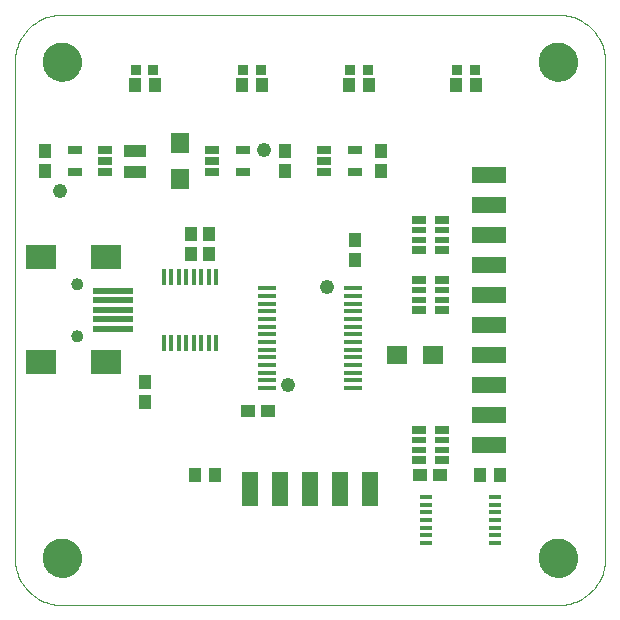
<source format=gts>
G75*
G70*
%OFA0B0*%
%FSLAX24Y24*%
%IPPOS*%
%LPD*%
%AMOC8*
5,1,8,0,0,1.08239X$1,22.5*
%
%ADD10R,0.0434X0.0473*%
%ADD11R,0.0355X0.0355*%
%ADD12R,0.0473X0.0434*%
%ADD13R,0.0670X0.0591*%
%ADD14R,0.0741X0.0442*%
%ADD15R,0.0591X0.0670*%
%ADD16R,0.0394X0.0177*%
%ADD17R,0.0493X0.0213*%
%ADD18R,0.0493X0.0288*%
%ADD19R,0.0590X0.0177*%
%ADD20R,0.0512X0.0257*%
%ADD21R,0.0552X0.1142*%
%ADD22R,0.1024X0.0827*%
%ADD23R,0.1339X0.0237*%
%ADD24C,0.0000*%
%ADD25C,0.0394*%
%ADD26R,0.0166X0.0536*%
%ADD27R,0.1142X0.0552*%
%ADD28C,0.1300*%
%ADD29C,0.0490*%
D10*
X011620Y010650D03*
X012289Y010650D03*
X009954Y013065D03*
X009954Y013735D03*
X011486Y018003D03*
X012079Y018003D03*
X012079Y018672D03*
X011486Y018672D03*
X014617Y020774D03*
X014617Y021443D03*
X013843Y023650D03*
X013174Y023650D03*
X010272Y023650D03*
X009603Y023650D03*
X006617Y021443D03*
X006617Y020774D03*
X016745Y023650D03*
X017414Y023650D03*
X017804Y021443D03*
X017804Y020774D03*
X016954Y018485D03*
X016954Y017815D03*
X020312Y023650D03*
X020981Y023650D03*
X021120Y010650D03*
X021789Y010650D03*
D11*
X020942Y024150D03*
X020351Y024150D03*
X017375Y024150D03*
X016784Y024150D03*
X013804Y024150D03*
X013213Y024150D03*
X010233Y024150D03*
X009643Y024150D03*
D12*
X013370Y012771D03*
X014039Y012771D03*
X019120Y010650D03*
X019789Y010650D03*
D13*
X019545Y014650D03*
X018364Y014650D03*
D14*
X009617Y020758D03*
X009617Y021459D03*
D15*
X011117Y021699D03*
X011117Y020518D03*
D16*
X019303Y009918D03*
X019303Y009662D03*
X019303Y009406D03*
X019303Y009150D03*
X019303Y008894D03*
X019303Y008638D03*
X019303Y008382D03*
X021606Y008382D03*
X021606Y008638D03*
X021606Y008894D03*
X021606Y009150D03*
X021606Y009406D03*
X021606Y009662D03*
X021606Y009918D03*
D17*
X019838Y011493D03*
X019838Y011807D03*
X019070Y011807D03*
X019070Y011493D03*
X019070Y016493D03*
X019070Y016807D03*
X019838Y016807D03*
X019838Y016493D03*
X019838Y018493D03*
X019838Y018807D03*
X019070Y018807D03*
X019070Y018493D03*
D18*
X019070Y018140D03*
X019838Y018140D03*
X019838Y017160D03*
X019070Y017160D03*
X019070Y016140D03*
X019838Y016140D03*
X019838Y019160D03*
X019070Y019160D03*
X019070Y012160D03*
X019838Y012160D03*
X019838Y011140D03*
X019070Y011140D03*
D19*
X016894Y013549D03*
X016894Y013805D03*
X016894Y014061D03*
X016894Y014317D03*
X016894Y014573D03*
X016894Y014829D03*
X016894Y015085D03*
X016894Y015340D03*
X016894Y015596D03*
X016894Y015852D03*
X016894Y016108D03*
X016894Y016364D03*
X016894Y016620D03*
X016894Y016876D03*
X014015Y016876D03*
X014015Y016620D03*
X014015Y016364D03*
X014015Y016108D03*
X014015Y015852D03*
X014015Y015596D03*
X014015Y015340D03*
X014015Y015085D03*
X014015Y014829D03*
X014015Y014573D03*
X014015Y014317D03*
X014015Y014061D03*
X014015Y013805D03*
X014015Y013549D03*
D20*
X013216Y020734D03*
X012193Y020734D03*
X012193Y021108D03*
X012193Y021482D03*
X013216Y021482D03*
X015916Y021482D03*
X015916Y021108D03*
X015916Y020734D03*
X016939Y020734D03*
X016939Y021482D03*
X008628Y021482D03*
X008628Y021108D03*
X008628Y020734D03*
X007605Y020734D03*
X007605Y021482D03*
D21*
X013454Y010173D03*
X014454Y010173D03*
X015454Y010173D03*
X016454Y010173D03*
X017454Y010173D03*
D22*
X008663Y014398D03*
X006498Y014398D03*
X006498Y017902D03*
X008663Y017902D03*
D23*
X008899Y016780D03*
X008899Y016465D03*
X008899Y016150D03*
X008899Y015835D03*
X008899Y015520D03*
D24*
X007187Y006307D02*
X023722Y006307D01*
X023092Y007882D02*
X023094Y007932D01*
X023100Y007982D01*
X023110Y008031D01*
X023124Y008079D01*
X023141Y008126D01*
X023162Y008171D01*
X023187Y008215D01*
X023215Y008256D01*
X023247Y008295D01*
X023281Y008332D01*
X023318Y008366D01*
X023358Y008396D01*
X023400Y008423D01*
X023444Y008447D01*
X023490Y008468D01*
X023537Y008484D01*
X023585Y008497D01*
X023635Y008506D01*
X023684Y008511D01*
X023735Y008512D01*
X023785Y008509D01*
X023834Y008502D01*
X023883Y008491D01*
X023931Y008476D01*
X023977Y008458D01*
X024022Y008436D01*
X024065Y008410D01*
X024106Y008381D01*
X024145Y008349D01*
X024181Y008314D01*
X024213Y008276D01*
X024243Y008236D01*
X024270Y008193D01*
X024293Y008149D01*
X024312Y008103D01*
X024328Y008055D01*
X024340Y008006D01*
X024348Y007957D01*
X024352Y007907D01*
X024352Y007857D01*
X024348Y007807D01*
X024340Y007758D01*
X024328Y007709D01*
X024312Y007661D01*
X024293Y007615D01*
X024270Y007571D01*
X024243Y007528D01*
X024213Y007488D01*
X024181Y007450D01*
X024145Y007415D01*
X024106Y007383D01*
X024065Y007354D01*
X024022Y007328D01*
X023977Y007306D01*
X023931Y007288D01*
X023883Y007273D01*
X023834Y007262D01*
X023785Y007255D01*
X023735Y007252D01*
X023684Y007253D01*
X023635Y007258D01*
X023585Y007267D01*
X023537Y007280D01*
X023490Y007296D01*
X023444Y007317D01*
X023400Y007341D01*
X023358Y007368D01*
X023318Y007398D01*
X023281Y007432D01*
X023247Y007469D01*
X023215Y007508D01*
X023187Y007549D01*
X023162Y007593D01*
X023141Y007638D01*
X023124Y007685D01*
X023110Y007733D01*
X023100Y007782D01*
X023094Y007832D01*
X023092Y007882D01*
X023722Y006307D02*
X023799Y006309D01*
X023876Y006315D01*
X023953Y006324D01*
X024029Y006337D01*
X024105Y006354D01*
X024179Y006375D01*
X024253Y006399D01*
X024325Y006427D01*
X024395Y006458D01*
X024464Y006493D01*
X024532Y006531D01*
X024597Y006572D01*
X024660Y006617D01*
X024721Y006665D01*
X024780Y006715D01*
X024836Y006768D01*
X024889Y006824D01*
X024939Y006883D01*
X024987Y006944D01*
X025032Y007007D01*
X025073Y007072D01*
X025111Y007140D01*
X025146Y007209D01*
X025177Y007279D01*
X025205Y007351D01*
X025229Y007425D01*
X025250Y007499D01*
X025267Y007575D01*
X025280Y007651D01*
X025289Y007728D01*
X025295Y007805D01*
X025297Y007882D01*
X025297Y024418D01*
X023092Y024418D02*
X023094Y024468D01*
X023100Y024518D01*
X023110Y024567D01*
X023124Y024615D01*
X023141Y024662D01*
X023162Y024707D01*
X023187Y024751D01*
X023215Y024792D01*
X023247Y024831D01*
X023281Y024868D01*
X023318Y024902D01*
X023358Y024932D01*
X023400Y024959D01*
X023444Y024983D01*
X023490Y025004D01*
X023537Y025020D01*
X023585Y025033D01*
X023635Y025042D01*
X023684Y025047D01*
X023735Y025048D01*
X023785Y025045D01*
X023834Y025038D01*
X023883Y025027D01*
X023931Y025012D01*
X023977Y024994D01*
X024022Y024972D01*
X024065Y024946D01*
X024106Y024917D01*
X024145Y024885D01*
X024181Y024850D01*
X024213Y024812D01*
X024243Y024772D01*
X024270Y024729D01*
X024293Y024685D01*
X024312Y024639D01*
X024328Y024591D01*
X024340Y024542D01*
X024348Y024493D01*
X024352Y024443D01*
X024352Y024393D01*
X024348Y024343D01*
X024340Y024294D01*
X024328Y024245D01*
X024312Y024197D01*
X024293Y024151D01*
X024270Y024107D01*
X024243Y024064D01*
X024213Y024024D01*
X024181Y023986D01*
X024145Y023951D01*
X024106Y023919D01*
X024065Y023890D01*
X024022Y023864D01*
X023977Y023842D01*
X023931Y023824D01*
X023883Y023809D01*
X023834Y023798D01*
X023785Y023791D01*
X023735Y023788D01*
X023684Y023789D01*
X023635Y023794D01*
X023585Y023803D01*
X023537Y023816D01*
X023490Y023832D01*
X023444Y023853D01*
X023400Y023877D01*
X023358Y023904D01*
X023318Y023934D01*
X023281Y023968D01*
X023247Y024005D01*
X023215Y024044D01*
X023187Y024085D01*
X023162Y024129D01*
X023141Y024174D01*
X023124Y024221D01*
X023110Y024269D01*
X023100Y024318D01*
X023094Y024368D01*
X023092Y024418D01*
X023722Y025993D02*
X023799Y025991D01*
X023876Y025985D01*
X023953Y025976D01*
X024029Y025963D01*
X024105Y025946D01*
X024179Y025925D01*
X024253Y025901D01*
X024325Y025873D01*
X024395Y025842D01*
X024464Y025807D01*
X024532Y025769D01*
X024597Y025728D01*
X024660Y025683D01*
X024721Y025635D01*
X024780Y025585D01*
X024836Y025532D01*
X024889Y025476D01*
X024939Y025417D01*
X024987Y025356D01*
X025032Y025293D01*
X025073Y025228D01*
X025111Y025160D01*
X025146Y025091D01*
X025177Y025021D01*
X025205Y024949D01*
X025229Y024875D01*
X025250Y024801D01*
X025267Y024725D01*
X025280Y024649D01*
X025289Y024572D01*
X025295Y024495D01*
X025297Y024418D01*
X023722Y025993D02*
X007187Y025993D01*
X006557Y024418D02*
X006559Y024468D01*
X006565Y024518D01*
X006575Y024567D01*
X006589Y024615D01*
X006606Y024662D01*
X006627Y024707D01*
X006652Y024751D01*
X006680Y024792D01*
X006712Y024831D01*
X006746Y024868D01*
X006783Y024902D01*
X006823Y024932D01*
X006865Y024959D01*
X006909Y024983D01*
X006955Y025004D01*
X007002Y025020D01*
X007050Y025033D01*
X007100Y025042D01*
X007149Y025047D01*
X007200Y025048D01*
X007250Y025045D01*
X007299Y025038D01*
X007348Y025027D01*
X007396Y025012D01*
X007442Y024994D01*
X007487Y024972D01*
X007530Y024946D01*
X007571Y024917D01*
X007610Y024885D01*
X007646Y024850D01*
X007678Y024812D01*
X007708Y024772D01*
X007735Y024729D01*
X007758Y024685D01*
X007777Y024639D01*
X007793Y024591D01*
X007805Y024542D01*
X007813Y024493D01*
X007817Y024443D01*
X007817Y024393D01*
X007813Y024343D01*
X007805Y024294D01*
X007793Y024245D01*
X007777Y024197D01*
X007758Y024151D01*
X007735Y024107D01*
X007708Y024064D01*
X007678Y024024D01*
X007646Y023986D01*
X007610Y023951D01*
X007571Y023919D01*
X007530Y023890D01*
X007487Y023864D01*
X007442Y023842D01*
X007396Y023824D01*
X007348Y023809D01*
X007299Y023798D01*
X007250Y023791D01*
X007200Y023788D01*
X007149Y023789D01*
X007100Y023794D01*
X007050Y023803D01*
X007002Y023816D01*
X006955Y023832D01*
X006909Y023853D01*
X006865Y023877D01*
X006823Y023904D01*
X006783Y023934D01*
X006746Y023968D01*
X006712Y024005D01*
X006680Y024044D01*
X006652Y024085D01*
X006627Y024129D01*
X006606Y024174D01*
X006589Y024221D01*
X006575Y024269D01*
X006565Y024318D01*
X006559Y024368D01*
X006557Y024418D01*
X005612Y024418D02*
X005614Y024495D01*
X005620Y024572D01*
X005629Y024649D01*
X005642Y024725D01*
X005659Y024801D01*
X005680Y024875D01*
X005704Y024949D01*
X005732Y025021D01*
X005763Y025091D01*
X005798Y025160D01*
X005836Y025228D01*
X005877Y025293D01*
X005922Y025356D01*
X005970Y025417D01*
X006020Y025476D01*
X006073Y025532D01*
X006129Y025585D01*
X006188Y025635D01*
X006249Y025683D01*
X006312Y025728D01*
X006377Y025769D01*
X006445Y025807D01*
X006514Y025842D01*
X006584Y025873D01*
X006656Y025901D01*
X006730Y025925D01*
X006804Y025946D01*
X006880Y025963D01*
X006956Y025976D01*
X007033Y025985D01*
X007110Y025991D01*
X007187Y025993D01*
X005612Y024418D02*
X005612Y007882D01*
X006557Y007882D02*
X006559Y007932D01*
X006565Y007982D01*
X006575Y008031D01*
X006589Y008079D01*
X006606Y008126D01*
X006627Y008171D01*
X006652Y008215D01*
X006680Y008256D01*
X006712Y008295D01*
X006746Y008332D01*
X006783Y008366D01*
X006823Y008396D01*
X006865Y008423D01*
X006909Y008447D01*
X006955Y008468D01*
X007002Y008484D01*
X007050Y008497D01*
X007100Y008506D01*
X007149Y008511D01*
X007200Y008512D01*
X007250Y008509D01*
X007299Y008502D01*
X007348Y008491D01*
X007396Y008476D01*
X007442Y008458D01*
X007487Y008436D01*
X007530Y008410D01*
X007571Y008381D01*
X007610Y008349D01*
X007646Y008314D01*
X007678Y008276D01*
X007708Y008236D01*
X007735Y008193D01*
X007758Y008149D01*
X007777Y008103D01*
X007793Y008055D01*
X007805Y008006D01*
X007813Y007957D01*
X007817Y007907D01*
X007817Y007857D01*
X007813Y007807D01*
X007805Y007758D01*
X007793Y007709D01*
X007777Y007661D01*
X007758Y007615D01*
X007735Y007571D01*
X007708Y007528D01*
X007678Y007488D01*
X007646Y007450D01*
X007610Y007415D01*
X007571Y007383D01*
X007530Y007354D01*
X007487Y007328D01*
X007442Y007306D01*
X007396Y007288D01*
X007348Y007273D01*
X007299Y007262D01*
X007250Y007255D01*
X007200Y007252D01*
X007149Y007253D01*
X007100Y007258D01*
X007050Y007267D01*
X007002Y007280D01*
X006955Y007296D01*
X006909Y007317D01*
X006865Y007341D01*
X006823Y007368D01*
X006783Y007398D01*
X006746Y007432D01*
X006712Y007469D01*
X006680Y007508D01*
X006652Y007549D01*
X006627Y007593D01*
X006606Y007638D01*
X006589Y007685D01*
X006575Y007733D01*
X006565Y007782D01*
X006559Y007832D01*
X006557Y007882D01*
X005612Y007882D02*
X005614Y007805D01*
X005620Y007728D01*
X005629Y007651D01*
X005642Y007575D01*
X005659Y007499D01*
X005680Y007425D01*
X005704Y007351D01*
X005732Y007279D01*
X005763Y007209D01*
X005798Y007140D01*
X005836Y007072D01*
X005877Y007007D01*
X005922Y006944D01*
X005970Y006883D01*
X006020Y006824D01*
X006073Y006768D01*
X006129Y006715D01*
X006188Y006665D01*
X006249Y006617D01*
X006312Y006572D01*
X006377Y006531D01*
X006445Y006493D01*
X006514Y006458D01*
X006584Y006427D01*
X006656Y006399D01*
X006730Y006375D01*
X006804Y006354D01*
X006880Y006337D01*
X006956Y006324D01*
X007033Y006315D01*
X007110Y006309D01*
X007187Y006307D01*
X007502Y015284D02*
X007504Y015310D01*
X007510Y015336D01*
X007520Y015361D01*
X007533Y015384D01*
X007549Y015404D01*
X007569Y015422D01*
X007591Y015437D01*
X007614Y015449D01*
X007640Y015457D01*
X007666Y015461D01*
X007692Y015461D01*
X007718Y015457D01*
X007744Y015449D01*
X007768Y015437D01*
X007789Y015422D01*
X007809Y015404D01*
X007825Y015384D01*
X007838Y015361D01*
X007848Y015336D01*
X007854Y015310D01*
X007856Y015284D01*
X007854Y015258D01*
X007848Y015232D01*
X007838Y015207D01*
X007825Y015184D01*
X007809Y015164D01*
X007789Y015146D01*
X007767Y015131D01*
X007744Y015119D01*
X007718Y015111D01*
X007692Y015107D01*
X007666Y015107D01*
X007640Y015111D01*
X007614Y015119D01*
X007590Y015131D01*
X007569Y015146D01*
X007549Y015164D01*
X007533Y015184D01*
X007520Y015207D01*
X007510Y015232D01*
X007504Y015258D01*
X007502Y015284D01*
X007502Y017016D02*
X007504Y017042D01*
X007510Y017068D01*
X007520Y017093D01*
X007533Y017116D01*
X007549Y017136D01*
X007569Y017154D01*
X007591Y017169D01*
X007614Y017181D01*
X007640Y017189D01*
X007666Y017193D01*
X007692Y017193D01*
X007718Y017189D01*
X007744Y017181D01*
X007768Y017169D01*
X007789Y017154D01*
X007809Y017136D01*
X007825Y017116D01*
X007838Y017093D01*
X007848Y017068D01*
X007854Y017042D01*
X007856Y017016D01*
X007854Y016990D01*
X007848Y016964D01*
X007838Y016939D01*
X007825Y016916D01*
X007809Y016896D01*
X007789Y016878D01*
X007767Y016863D01*
X007744Y016851D01*
X007718Y016843D01*
X007692Y016839D01*
X007666Y016839D01*
X007640Y016843D01*
X007614Y016851D01*
X007590Y016863D01*
X007569Y016878D01*
X007549Y016896D01*
X007533Y016916D01*
X007520Y016939D01*
X007510Y016964D01*
X007504Y016990D01*
X007502Y017016D01*
D25*
X007679Y017016D03*
X007679Y015284D03*
D26*
X010579Y015056D03*
X010829Y015056D03*
X011079Y015056D03*
X011329Y015056D03*
X011579Y015056D03*
X011829Y015056D03*
X012079Y015056D03*
X012329Y015056D03*
X012329Y017244D03*
X012079Y017244D03*
X011829Y017244D03*
X011579Y017244D03*
X011329Y017244D03*
X011079Y017244D03*
X010829Y017244D03*
X010579Y017244D03*
D27*
X021436Y017650D03*
X021436Y016650D03*
X021436Y015650D03*
X021436Y014650D03*
X021436Y013650D03*
X021436Y012650D03*
X021436Y011650D03*
X021436Y018650D03*
X021436Y019650D03*
X021436Y020650D03*
D28*
X023722Y024418D03*
X007187Y024418D03*
X007187Y007882D03*
X023722Y007882D03*
D29*
X014704Y013663D03*
X016004Y016913D03*
X013929Y021483D03*
X007111Y020106D03*
M02*

</source>
